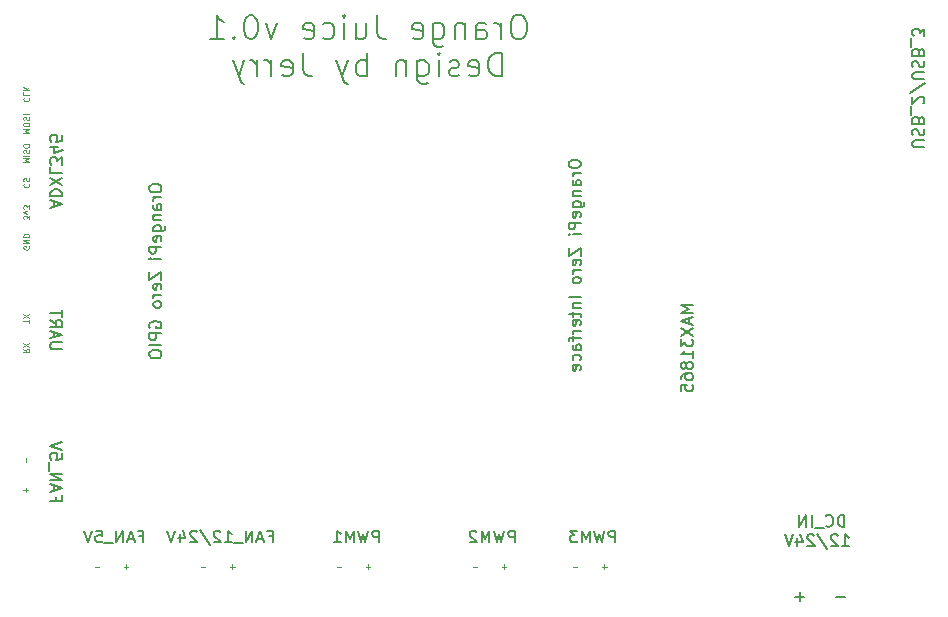
<source format=gbr>
%TF.GenerationSoftware,KiCad,Pcbnew,(5.1.12)-1*%
%TF.CreationDate,2021-12-26T21:26:00+08:00*%
%TF.ProjectId,OrangePiZeroExtentionBoard,4f72616e-6765-4506-995a-65726f457874,rev?*%
%TF.SameCoordinates,Original*%
%TF.FileFunction,Legend,Bot*%
%TF.FilePolarity,Positive*%
%FSLAX46Y46*%
G04 Gerber Fmt 4.6, Leading zero omitted, Abs format (unit mm)*
G04 Created by KiCad (PCBNEW (5.1.12)-1) date 2021-12-26 21:26:00*
%MOMM*%
%LPD*%
G01*
G04 APERTURE LIST*
%ADD10C,0.150000*%
%ADD11C,0.125000*%
G04 APERTURE END LIST*
D10*
X151904761Y-69829761D02*
X151523809Y-69829761D01*
X151333333Y-69925000D01*
X151142857Y-70115476D01*
X151047619Y-70496428D01*
X151047619Y-71163095D01*
X151142857Y-71544047D01*
X151333333Y-71734523D01*
X151523809Y-71829761D01*
X151904761Y-71829761D01*
X152095238Y-71734523D01*
X152285714Y-71544047D01*
X152380952Y-71163095D01*
X152380952Y-70496428D01*
X152285714Y-70115476D01*
X152095238Y-69925000D01*
X151904761Y-69829761D01*
X150190476Y-71829761D02*
X150190476Y-70496428D01*
X150190476Y-70877380D02*
X150095238Y-70686904D01*
X150000000Y-70591666D01*
X149809523Y-70496428D01*
X149619047Y-70496428D01*
X148095238Y-71829761D02*
X148095238Y-70782142D01*
X148190476Y-70591666D01*
X148380952Y-70496428D01*
X148761904Y-70496428D01*
X148952380Y-70591666D01*
X148095238Y-71734523D02*
X148285714Y-71829761D01*
X148761904Y-71829761D01*
X148952380Y-71734523D01*
X149047619Y-71544047D01*
X149047619Y-71353571D01*
X148952380Y-71163095D01*
X148761904Y-71067857D01*
X148285714Y-71067857D01*
X148095238Y-70972619D01*
X147142857Y-70496428D02*
X147142857Y-71829761D01*
X147142857Y-70686904D02*
X147047619Y-70591666D01*
X146857142Y-70496428D01*
X146571428Y-70496428D01*
X146380952Y-70591666D01*
X146285714Y-70782142D01*
X146285714Y-71829761D01*
X144476190Y-70496428D02*
X144476190Y-72115476D01*
X144571428Y-72305952D01*
X144666666Y-72401190D01*
X144857142Y-72496428D01*
X145142857Y-72496428D01*
X145333333Y-72401190D01*
X144476190Y-71734523D02*
X144666666Y-71829761D01*
X145047619Y-71829761D01*
X145238095Y-71734523D01*
X145333333Y-71639285D01*
X145428571Y-71448809D01*
X145428571Y-70877380D01*
X145333333Y-70686904D01*
X145238095Y-70591666D01*
X145047619Y-70496428D01*
X144666666Y-70496428D01*
X144476190Y-70591666D01*
X142761904Y-71734523D02*
X142952380Y-71829761D01*
X143333333Y-71829761D01*
X143523809Y-71734523D01*
X143619047Y-71544047D01*
X143619047Y-70782142D01*
X143523809Y-70591666D01*
X143333333Y-70496428D01*
X142952380Y-70496428D01*
X142761904Y-70591666D01*
X142666666Y-70782142D01*
X142666666Y-70972619D01*
X143619047Y-71163095D01*
X139714285Y-69829761D02*
X139714285Y-71258333D01*
X139809523Y-71544047D01*
X140000000Y-71734523D01*
X140285714Y-71829761D01*
X140476190Y-71829761D01*
X137904761Y-70496428D02*
X137904761Y-71829761D01*
X138761904Y-70496428D02*
X138761904Y-71544047D01*
X138666666Y-71734523D01*
X138476190Y-71829761D01*
X138190476Y-71829761D01*
X138000000Y-71734523D01*
X137904761Y-71639285D01*
X136952380Y-71829761D02*
X136952380Y-70496428D01*
X136952380Y-69829761D02*
X137047619Y-69925000D01*
X136952380Y-70020238D01*
X136857142Y-69925000D01*
X136952380Y-69829761D01*
X136952380Y-70020238D01*
X135142857Y-71734523D02*
X135333333Y-71829761D01*
X135714285Y-71829761D01*
X135904761Y-71734523D01*
X136000000Y-71639285D01*
X136095238Y-71448809D01*
X136095238Y-70877380D01*
X136000000Y-70686904D01*
X135904761Y-70591666D01*
X135714285Y-70496428D01*
X135333333Y-70496428D01*
X135142857Y-70591666D01*
X133523809Y-71734523D02*
X133714285Y-71829761D01*
X134095238Y-71829761D01*
X134285714Y-71734523D01*
X134380952Y-71544047D01*
X134380952Y-70782142D01*
X134285714Y-70591666D01*
X134095238Y-70496428D01*
X133714285Y-70496428D01*
X133523809Y-70591666D01*
X133428571Y-70782142D01*
X133428571Y-70972619D01*
X134380952Y-71163095D01*
X131238095Y-70496428D02*
X130761904Y-71829761D01*
X130285714Y-70496428D01*
X129142857Y-69829761D02*
X128952380Y-69829761D01*
X128761904Y-69925000D01*
X128666666Y-70020238D01*
X128571428Y-70210714D01*
X128476190Y-70591666D01*
X128476190Y-71067857D01*
X128571428Y-71448809D01*
X128666666Y-71639285D01*
X128761904Y-71734523D01*
X128952380Y-71829761D01*
X129142857Y-71829761D01*
X129333333Y-71734523D01*
X129428571Y-71639285D01*
X129523809Y-71448809D01*
X129619047Y-71067857D01*
X129619047Y-70591666D01*
X129523809Y-70210714D01*
X129428571Y-70020238D01*
X129333333Y-69925000D01*
X129142857Y-69829761D01*
X127619047Y-71639285D02*
X127523809Y-71734523D01*
X127619047Y-71829761D01*
X127714285Y-71734523D01*
X127619047Y-71639285D01*
X127619047Y-71829761D01*
X125619047Y-71829761D02*
X126761904Y-71829761D01*
X126190476Y-71829761D02*
X126190476Y-69829761D01*
X126380952Y-70115476D01*
X126571428Y-70305952D01*
X126761904Y-70401190D01*
X150285714Y-74979761D02*
X150285714Y-72979761D01*
X149809523Y-72979761D01*
X149523809Y-73075000D01*
X149333333Y-73265476D01*
X149238095Y-73455952D01*
X149142857Y-73836904D01*
X149142857Y-74122619D01*
X149238095Y-74503571D01*
X149333333Y-74694047D01*
X149523809Y-74884523D01*
X149809523Y-74979761D01*
X150285714Y-74979761D01*
X147523809Y-74884523D02*
X147714285Y-74979761D01*
X148095238Y-74979761D01*
X148285714Y-74884523D01*
X148380952Y-74694047D01*
X148380952Y-73932142D01*
X148285714Y-73741666D01*
X148095238Y-73646428D01*
X147714285Y-73646428D01*
X147523809Y-73741666D01*
X147428571Y-73932142D01*
X147428571Y-74122619D01*
X148380952Y-74313095D01*
X146666666Y-74884523D02*
X146476190Y-74979761D01*
X146095238Y-74979761D01*
X145904761Y-74884523D01*
X145809523Y-74694047D01*
X145809523Y-74598809D01*
X145904761Y-74408333D01*
X146095238Y-74313095D01*
X146380952Y-74313095D01*
X146571428Y-74217857D01*
X146666666Y-74027380D01*
X146666666Y-73932142D01*
X146571428Y-73741666D01*
X146380952Y-73646428D01*
X146095238Y-73646428D01*
X145904761Y-73741666D01*
X144952380Y-74979761D02*
X144952380Y-73646428D01*
X144952380Y-72979761D02*
X145047619Y-73075000D01*
X144952380Y-73170238D01*
X144857142Y-73075000D01*
X144952380Y-72979761D01*
X144952380Y-73170238D01*
X143142857Y-73646428D02*
X143142857Y-75265476D01*
X143238095Y-75455952D01*
X143333333Y-75551190D01*
X143523809Y-75646428D01*
X143809523Y-75646428D01*
X144000000Y-75551190D01*
X143142857Y-74884523D02*
X143333333Y-74979761D01*
X143714285Y-74979761D01*
X143904761Y-74884523D01*
X144000000Y-74789285D01*
X144095238Y-74598809D01*
X144095238Y-74027380D01*
X144000000Y-73836904D01*
X143904761Y-73741666D01*
X143714285Y-73646428D01*
X143333333Y-73646428D01*
X143142857Y-73741666D01*
X142190476Y-73646428D02*
X142190476Y-74979761D01*
X142190476Y-73836904D02*
X142095238Y-73741666D01*
X141904761Y-73646428D01*
X141619047Y-73646428D01*
X141428571Y-73741666D01*
X141333333Y-73932142D01*
X141333333Y-74979761D01*
X138857142Y-74979761D02*
X138857142Y-72979761D01*
X138857142Y-73741666D02*
X138666666Y-73646428D01*
X138285714Y-73646428D01*
X138095238Y-73741666D01*
X138000000Y-73836904D01*
X137904761Y-74027380D01*
X137904761Y-74598809D01*
X138000000Y-74789285D01*
X138095238Y-74884523D01*
X138285714Y-74979761D01*
X138666666Y-74979761D01*
X138857142Y-74884523D01*
X137238095Y-73646428D02*
X136761904Y-74979761D01*
X136285714Y-73646428D02*
X136761904Y-74979761D01*
X136952380Y-75455952D01*
X137047619Y-75551190D01*
X137238095Y-75646428D01*
X133428571Y-72979761D02*
X133428571Y-74408333D01*
X133523809Y-74694047D01*
X133714285Y-74884523D01*
X134000000Y-74979761D01*
X134190476Y-74979761D01*
X131714285Y-74884523D02*
X131904761Y-74979761D01*
X132285714Y-74979761D01*
X132476190Y-74884523D01*
X132571428Y-74694047D01*
X132571428Y-73932142D01*
X132476190Y-73741666D01*
X132285714Y-73646428D01*
X131904761Y-73646428D01*
X131714285Y-73741666D01*
X131619047Y-73932142D01*
X131619047Y-74122619D01*
X132571428Y-74313095D01*
X130761904Y-74979761D02*
X130761904Y-73646428D01*
X130761904Y-74027380D02*
X130666666Y-73836904D01*
X130571428Y-73741666D01*
X130380952Y-73646428D01*
X130190476Y-73646428D01*
X129523809Y-74979761D02*
X129523809Y-73646428D01*
X129523809Y-74027380D02*
X129428571Y-73836904D01*
X129333333Y-73741666D01*
X129142857Y-73646428D01*
X128952380Y-73646428D01*
X128476190Y-73646428D02*
X128000000Y-74979761D01*
X127523809Y-73646428D02*
X128000000Y-74979761D01*
X128190476Y-75455952D01*
X128285714Y-75551190D01*
X128476190Y-75646428D01*
X179380952Y-119071428D02*
X178619047Y-119071428D01*
X175880952Y-119071428D02*
X175119047Y-119071428D01*
X175500000Y-119452380D02*
X175500000Y-118690476D01*
D11*
X156690476Y-116535714D02*
X156309523Y-116535714D01*
X148190476Y-116535714D02*
X147809523Y-116535714D01*
X136690476Y-116535714D02*
X136309523Y-116535714D01*
X158964285Y-116690476D02*
X158964285Y-116309523D01*
X158773809Y-116500000D02*
X159154761Y-116500000D01*
X150464285Y-116690476D02*
X150464285Y-116309523D01*
X150273809Y-116500000D02*
X150654761Y-116500000D01*
X138964285Y-116690476D02*
X138964285Y-116309523D01*
X138773809Y-116500000D02*
X139154761Y-116500000D01*
X136690476Y-116535714D02*
X136309523Y-116535714D01*
X125190476Y-116535714D02*
X124809523Y-116535714D01*
X127464285Y-116690476D02*
X127464285Y-116309523D01*
X127273809Y-116500000D02*
X127654761Y-116500000D01*
X116190476Y-116535714D02*
X115809523Y-116535714D01*
X118464285Y-116690476D02*
X118464285Y-116309523D01*
X118273809Y-116500000D02*
X118654761Y-116500000D01*
X109964285Y-107690476D02*
X109964285Y-107309523D01*
X109964285Y-110190476D02*
X109964285Y-109809523D01*
X109773809Y-110000000D02*
X110154761Y-110000000D01*
X109773809Y-98083333D02*
X110011904Y-98250000D01*
X109773809Y-98369047D02*
X110273809Y-98369047D01*
X110273809Y-98178571D01*
X110250000Y-98130952D01*
X110226190Y-98107142D01*
X110178571Y-98083333D01*
X110107142Y-98083333D01*
X110059523Y-98107142D01*
X110035714Y-98130952D01*
X110011904Y-98178571D01*
X110011904Y-98369047D01*
X110273809Y-97916666D02*
X109773809Y-97583333D01*
X110273809Y-97583333D02*
X109773809Y-97916666D01*
X110273809Y-95880952D02*
X110273809Y-95595238D01*
X109773809Y-95738095D02*
X110273809Y-95738095D01*
X110273809Y-95476190D02*
X109773809Y-95142857D01*
X110273809Y-95142857D02*
X109773809Y-95476190D01*
X110250000Y-89380952D02*
X110273809Y-89428571D01*
X110273809Y-89500000D01*
X110250000Y-89571428D01*
X110202380Y-89619047D01*
X110154761Y-89642857D01*
X110059523Y-89666666D01*
X109988095Y-89666666D01*
X109892857Y-89642857D01*
X109845238Y-89619047D01*
X109797619Y-89571428D01*
X109773809Y-89500000D01*
X109773809Y-89452380D01*
X109797619Y-89380952D01*
X109821428Y-89357142D01*
X109988095Y-89357142D01*
X109988095Y-89452380D01*
X109773809Y-89142857D02*
X110273809Y-89142857D01*
X109773809Y-88857142D01*
X110273809Y-88857142D01*
X109773809Y-88619047D02*
X110273809Y-88619047D01*
X110273809Y-88500000D01*
X110250000Y-88428571D01*
X110202380Y-88380952D01*
X110154761Y-88357142D01*
X110059523Y-88333333D01*
X109988095Y-88333333D01*
X109892857Y-88357142D01*
X109845238Y-88380952D01*
X109797619Y-88428571D01*
X109773809Y-88500000D01*
X109773809Y-88619047D01*
X110273809Y-87095238D02*
X110273809Y-86785714D01*
X110083333Y-86952380D01*
X110083333Y-86880952D01*
X110059523Y-86833333D01*
X110035714Y-86809523D01*
X109988095Y-86785714D01*
X109869047Y-86785714D01*
X109821428Y-86809523D01*
X109797619Y-86833333D01*
X109773809Y-86880952D01*
X109773809Y-87023809D01*
X109797619Y-87071428D01*
X109821428Y-87095238D01*
X110107142Y-86619047D02*
X109773809Y-86500000D01*
X110107142Y-86380952D01*
X110273809Y-86238095D02*
X110273809Y-85928571D01*
X110083333Y-86095238D01*
X110083333Y-86023809D01*
X110059523Y-85976190D01*
X110035714Y-85952380D01*
X109988095Y-85928571D01*
X109869047Y-85928571D01*
X109821428Y-85952380D01*
X109797619Y-85976190D01*
X109773809Y-86023809D01*
X109773809Y-86166666D01*
X109797619Y-86214285D01*
X109821428Y-86238095D01*
X109821428Y-84083333D02*
X109797619Y-84107142D01*
X109773809Y-84178571D01*
X109773809Y-84226190D01*
X109797619Y-84297619D01*
X109845238Y-84345238D01*
X109892857Y-84369047D01*
X109988095Y-84392857D01*
X110059523Y-84392857D01*
X110154761Y-84369047D01*
X110202380Y-84345238D01*
X110250000Y-84297619D01*
X110273809Y-84226190D01*
X110273809Y-84178571D01*
X110250000Y-84107142D01*
X110226190Y-84083333D01*
X109797619Y-83892857D02*
X109773809Y-83821428D01*
X109773809Y-83702380D01*
X109797619Y-83654761D01*
X109821428Y-83630952D01*
X109869047Y-83607142D01*
X109916666Y-83607142D01*
X109964285Y-83630952D01*
X109988095Y-83654761D01*
X110011904Y-83702380D01*
X110035714Y-83797619D01*
X110059523Y-83845238D01*
X110083333Y-83869047D01*
X110130952Y-83892857D01*
X110178571Y-83892857D01*
X110226190Y-83869047D01*
X110250000Y-83845238D01*
X110273809Y-83797619D01*
X110273809Y-83678571D01*
X110250000Y-83607142D01*
X109773809Y-82285714D02*
X110273809Y-82285714D01*
X109916666Y-82119047D01*
X110273809Y-81952380D01*
X109773809Y-81952380D01*
X109773809Y-81714285D02*
X110273809Y-81714285D01*
X109797619Y-81500000D02*
X109773809Y-81428571D01*
X109773809Y-81309523D01*
X109797619Y-81261904D01*
X109821428Y-81238095D01*
X109869047Y-81214285D01*
X109916666Y-81214285D01*
X109964285Y-81238095D01*
X109988095Y-81261904D01*
X110011904Y-81309523D01*
X110035714Y-81404761D01*
X110059523Y-81452380D01*
X110083333Y-81476190D01*
X110130952Y-81500000D01*
X110178571Y-81500000D01*
X110226190Y-81476190D01*
X110250000Y-81452380D01*
X110273809Y-81404761D01*
X110273809Y-81285714D01*
X110250000Y-81214285D01*
X110273809Y-80904761D02*
X110273809Y-80809523D01*
X110250000Y-80761904D01*
X110202380Y-80714285D01*
X110107142Y-80690476D01*
X109940476Y-80690476D01*
X109845238Y-80714285D01*
X109797619Y-80761904D01*
X109773809Y-80809523D01*
X109773809Y-80904761D01*
X109797619Y-80952380D01*
X109845238Y-81000000D01*
X109940476Y-81023809D01*
X110107142Y-81023809D01*
X110202380Y-81000000D01*
X110250000Y-80952380D01*
X110273809Y-80904761D01*
X109773809Y-79785714D02*
X110273809Y-79785714D01*
X109916666Y-79619047D01*
X110273809Y-79452380D01*
X109773809Y-79452380D01*
X110273809Y-79119047D02*
X110273809Y-79023809D01*
X110250000Y-78976190D01*
X110202380Y-78928571D01*
X110107142Y-78904761D01*
X109940476Y-78904761D01*
X109845238Y-78928571D01*
X109797619Y-78976190D01*
X109773809Y-79023809D01*
X109773809Y-79119047D01*
X109797619Y-79166666D01*
X109845238Y-79214285D01*
X109940476Y-79238095D01*
X110107142Y-79238095D01*
X110202380Y-79214285D01*
X110250000Y-79166666D01*
X110273809Y-79119047D01*
X109797619Y-78714285D02*
X109773809Y-78642857D01*
X109773809Y-78523809D01*
X109797619Y-78476190D01*
X109821428Y-78452380D01*
X109869047Y-78428571D01*
X109916666Y-78428571D01*
X109964285Y-78452380D01*
X109988095Y-78476190D01*
X110011904Y-78523809D01*
X110035714Y-78619047D01*
X110059523Y-78666666D01*
X110083333Y-78690476D01*
X110130952Y-78714285D01*
X110178571Y-78714285D01*
X110226190Y-78690476D01*
X110250000Y-78666666D01*
X110273809Y-78619047D01*
X110273809Y-78500000D01*
X110250000Y-78428571D01*
X109773809Y-78214285D02*
X110273809Y-78214285D01*
X109821428Y-76797619D02*
X109797619Y-76821428D01*
X109773809Y-76892857D01*
X109773809Y-76940476D01*
X109797619Y-77011904D01*
X109845238Y-77059523D01*
X109892857Y-77083333D01*
X109988095Y-77107142D01*
X110059523Y-77107142D01*
X110154761Y-77083333D01*
X110202380Y-77059523D01*
X110250000Y-77011904D01*
X110273809Y-76940476D01*
X110273809Y-76892857D01*
X110250000Y-76821428D01*
X110226190Y-76797619D01*
X109773809Y-76345238D02*
X109773809Y-76583333D01*
X110273809Y-76583333D01*
X109773809Y-76178571D02*
X110273809Y-76178571D01*
X109773809Y-75892857D02*
X110059523Y-76107142D01*
X110273809Y-75892857D02*
X109988095Y-76178571D01*
D10*
X186047619Y-81000000D02*
X185238095Y-81000000D01*
X185142857Y-80952380D01*
X185095238Y-80904761D01*
X185047619Y-80809523D01*
X185047619Y-80619047D01*
X185095238Y-80523809D01*
X185142857Y-80476190D01*
X185238095Y-80428571D01*
X186047619Y-80428571D01*
X185095238Y-80000000D02*
X185047619Y-79857142D01*
X185047619Y-79619047D01*
X185095238Y-79523809D01*
X185142857Y-79476190D01*
X185238095Y-79428571D01*
X185333333Y-79428571D01*
X185428571Y-79476190D01*
X185476190Y-79523809D01*
X185523809Y-79619047D01*
X185571428Y-79809523D01*
X185619047Y-79904761D01*
X185666666Y-79952380D01*
X185761904Y-80000000D01*
X185857142Y-80000000D01*
X185952380Y-79952380D01*
X186000000Y-79904761D01*
X186047619Y-79809523D01*
X186047619Y-79571428D01*
X186000000Y-79428571D01*
X185571428Y-78666666D02*
X185523809Y-78523809D01*
X185476190Y-78476190D01*
X185380952Y-78428571D01*
X185238095Y-78428571D01*
X185142857Y-78476190D01*
X185095238Y-78523809D01*
X185047619Y-78619047D01*
X185047619Y-79000000D01*
X186047619Y-79000000D01*
X186047619Y-78666666D01*
X186000000Y-78571428D01*
X185952380Y-78523809D01*
X185857142Y-78476190D01*
X185761904Y-78476190D01*
X185666666Y-78523809D01*
X185619047Y-78571428D01*
X185571428Y-78666666D01*
X185571428Y-79000000D01*
X184952380Y-78238095D02*
X184952380Y-77476190D01*
X185952380Y-77285714D02*
X186000000Y-77238095D01*
X186047619Y-77142857D01*
X186047619Y-76904761D01*
X186000000Y-76809523D01*
X185952380Y-76761904D01*
X185857142Y-76714285D01*
X185761904Y-76714285D01*
X185619047Y-76761904D01*
X185047619Y-77333333D01*
X185047619Y-76714285D01*
X186095238Y-75571428D02*
X184809523Y-76428571D01*
X186047619Y-75238095D02*
X185238095Y-75238095D01*
X185142857Y-75190476D01*
X185095238Y-75142857D01*
X185047619Y-75047619D01*
X185047619Y-74857142D01*
X185095238Y-74761904D01*
X185142857Y-74714285D01*
X185238095Y-74666666D01*
X186047619Y-74666666D01*
X185095238Y-74238095D02*
X185047619Y-74095238D01*
X185047619Y-73857142D01*
X185095238Y-73761904D01*
X185142857Y-73714285D01*
X185238095Y-73666666D01*
X185333333Y-73666666D01*
X185428571Y-73714285D01*
X185476190Y-73761904D01*
X185523809Y-73857142D01*
X185571428Y-74047619D01*
X185619047Y-74142857D01*
X185666666Y-74190476D01*
X185761904Y-74238095D01*
X185857142Y-74238095D01*
X185952380Y-74190476D01*
X186000000Y-74142857D01*
X186047619Y-74047619D01*
X186047619Y-73809523D01*
X186000000Y-73666666D01*
X185571428Y-72904761D02*
X185523809Y-72761904D01*
X185476190Y-72714285D01*
X185380952Y-72666666D01*
X185238095Y-72666666D01*
X185142857Y-72714285D01*
X185095238Y-72761904D01*
X185047619Y-72857142D01*
X185047619Y-73238095D01*
X186047619Y-73238095D01*
X186047619Y-72904761D01*
X186000000Y-72809523D01*
X185952380Y-72761904D01*
X185857142Y-72714285D01*
X185761904Y-72714285D01*
X185666666Y-72761904D01*
X185619047Y-72809523D01*
X185571428Y-72904761D01*
X185571428Y-73238095D01*
X184952380Y-72476190D02*
X184952380Y-71714285D01*
X186047619Y-71571428D02*
X186047619Y-70952380D01*
X185666666Y-71285714D01*
X185666666Y-71142857D01*
X185619047Y-71047619D01*
X185571428Y-71000000D01*
X185476190Y-70952380D01*
X185238095Y-70952380D01*
X185142857Y-71000000D01*
X185095238Y-71047619D01*
X185047619Y-71142857D01*
X185047619Y-71428571D01*
X185095238Y-71523809D01*
X185142857Y-71571428D01*
X155952380Y-82333333D02*
X155952380Y-82523809D01*
X156000000Y-82619047D01*
X156095238Y-82714285D01*
X156285714Y-82761904D01*
X156619047Y-82761904D01*
X156809523Y-82714285D01*
X156904761Y-82619047D01*
X156952380Y-82523809D01*
X156952380Y-82333333D01*
X156904761Y-82238095D01*
X156809523Y-82142857D01*
X156619047Y-82095238D01*
X156285714Y-82095238D01*
X156095238Y-82142857D01*
X156000000Y-82238095D01*
X155952380Y-82333333D01*
X156952380Y-83190476D02*
X156285714Y-83190476D01*
X156476190Y-83190476D02*
X156380952Y-83238095D01*
X156333333Y-83285714D01*
X156285714Y-83380952D01*
X156285714Y-83476190D01*
X156952380Y-84238095D02*
X156428571Y-84238095D01*
X156333333Y-84190476D01*
X156285714Y-84095238D01*
X156285714Y-83904761D01*
X156333333Y-83809523D01*
X156904761Y-84238095D02*
X156952380Y-84142857D01*
X156952380Y-83904761D01*
X156904761Y-83809523D01*
X156809523Y-83761904D01*
X156714285Y-83761904D01*
X156619047Y-83809523D01*
X156571428Y-83904761D01*
X156571428Y-84142857D01*
X156523809Y-84238095D01*
X156285714Y-84714285D02*
X156952380Y-84714285D01*
X156380952Y-84714285D02*
X156333333Y-84761904D01*
X156285714Y-84857142D01*
X156285714Y-85000000D01*
X156333333Y-85095238D01*
X156428571Y-85142857D01*
X156952380Y-85142857D01*
X156285714Y-86047619D02*
X157095238Y-86047619D01*
X157190476Y-86000000D01*
X157238095Y-85952380D01*
X157285714Y-85857142D01*
X157285714Y-85714285D01*
X157238095Y-85619047D01*
X156904761Y-86047619D02*
X156952380Y-85952380D01*
X156952380Y-85761904D01*
X156904761Y-85666666D01*
X156857142Y-85619047D01*
X156761904Y-85571428D01*
X156476190Y-85571428D01*
X156380952Y-85619047D01*
X156333333Y-85666666D01*
X156285714Y-85761904D01*
X156285714Y-85952380D01*
X156333333Y-86047619D01*
X156904761Y-86904761D02*
X156952380Y-86809523D01*
X156952380Y-86619047D01*
X156904761Y-86523809D01*
X156809523Y-86476190D01*
X156428571Y-86476190D01*
X156333333Y-86523809D01*
X156285714Y-86619047D01*
X156285714Y-86809523D01*
X156333333Y-86904761D01*
X156428571Y-86952380D01*
X156523809Y-86952380D01*
X156619047Y-86476190D01*
X156952380Y-87380952D02*
X155952380Y-87380952D01*
X155952380Y-87761904D01*
X156000000Y-87857142D01*
X156047619Y-87904761D01*
X156142857Y-87952380D01*
X156285714Y-87952380D01*
X156380952Y-87904761D01*
X156428571Y-87857142D01*
X156476190Y-87761904D01*
X156476190Y-87380952D01*
X156952380Y-88380952D02*
X156285714Y-88380952D01*
X155952380Y-88380952D02*
X156000000Y-88333333D01*
X156047619Y-88380952D01*
X156000000Y-88428571D01*
X155952380Y-88380952D01*
X156047619Y-88380952D01*
X155952380Y-89523809D02*
X155952380Y-90190476D01*
X156952380Y-89523809D01*
X156952380Y-90190476D01*
X156904761Y-90952380D02*
X156952380Y-90857142D01*
X156952380Y-90666666D01*
X156904761Y-90571428D01*
X156809523Y-90523809D01*
X156428571Y-90523809D01*
X156333333Y-90571428D01*
X156285714Y-90666666D01*
X156285714Y-90857142D01*
X156333333Y-90952380D01*
X156428571Y-91000000D01*
X156523809Y-91000000D01*
X156619047Y-90523809D01*
X156952380Y-91428571D02*
X156285714Y-91428571D01*
X156476190Y-91428571D02*
X156380952Y-91476190D01*
X156333333Y-91523809D01*
X156285714Y-91619047D01*
X156285714Y-91714285D01*
X156952380Y-92190476D02*
X156904761Y-92095238D01*
X156857142Y-92047619D01*
X156761904Y-92000000D01*
X156476190Y-92000000D01*
X156380952Y-92047619D01*
X156333333Y-92095238D01*
X156285714Y-92190476D01*
X156285714Y-92333333D01*
X156333333Y-92428571D01*
X156380952Y-92476190D01*
X156476190Y-92523809D01*
X156761904Y-92523809D01*
X156857142Y-92476190D01*
X156904761Y-92428571D01*
X156952380Y-92333333D01*
X156952380Y-92190476D01*
X156952380Y-93714285D02*
X155952380Y-93714285D01*
X156285714Y-94190476D02*
X156952380Y-94190476D01*
X156380952Y-94190476D02*
X156333333Y-94238095D01*
X156285714Y-94333333D01*
X156285714Y-94476190D01*
X156333333Y-94571428D01*
X156428571Y-94619047D01*
X156952380Y-94619047D01*
X156285714Y-94952380D02*
X156285714Y-95333333D01*
X155952380Y-95095238D02*
X156809523Y-95095238D01*
X156904761Y-95142857D01*
X156952380Y-95238095D01*
X156952380Y-95333333D01*
X156904761Y-96047619D02*
X156952380Y-95952380D01*
X156952380Y-95761904D01*
X156904761Y-95666666D01*
X156809523Y-95619047D01*
X156428571Y-95619047D01*
X156333333Y-95666666D01*
X156285714Y-95761904D01*
X156285714Y-95952380D01*
X156333333Y-96047619D01*
X156428571Y-96095238D01*
X156523809Y-96095238D01*
X156619047Y-95619047D01*
X156952380Y-96523809D02*
X156285714Y-96523809D01*
X156476190Y-96523809D02*
X156380952Y-96571428D01*
X156333333Y-96619047D01*
X156285714Y-96714285D01*
X156285714Y-96809523D01*
X156285714Y-97000000D02*
X156285714Y-97380952D01*
X156952380Y-97142857D02*
X156095238Y-97142857D01*
X156000000Y-97190476D01*
X155952380Y-97285714D01*
X155952380Y-97380952D01*
X156952380Y-98142857D02*
X156428571Y-98142857D01*
X156333333Y-98095238D01*
X156285714Y-98000000D01*
X156285714Y-97809523D01*
X156333333Y-97714285D01*
X156904761Y-98142857D02*
X156952380Y-98047619D01*
X156952380Y-97809523D01*
X156904761Y-97714285D01*
X156809523Y-97666666D01*
X156714285Y-97666666D01*
X156619047Y-97714285D01*
X156571428Y-97809523D01*
X156571428Y-98047619D01*
X156523809Y-98142857D01*
X156904761Y-99047619D02*
X156952380Y-98952380D01*
X156952380Y-98761904D01*
X156904761Y-98666666D01*
X156857142Y-98619047D01*
X156761904Y-98571428D01*
X156476190Y-98571428D01*
X156380952Y-98619047D01*
X156333333Y-98666666D01*
X156285714Y-98761904D01*
X156285714Y-98952380D01*
X156333333Y-99047619D01*
X156904761Y-99857142D02*
X156952380Y-99761904D01*
X156952380Y-99571428D01*
X156904761Y-99476190D01*
X156809523Y-99428571D01*
X156428571Y-99428571D01*
X156333333Y-99476190D01*
X156285714Y-99571428D01*
X156285714Y-99761904D01*
X156333333Y-99857142D01*
X156428571Y-99904761D01*
X156523809Y-99904761D01*
X156619047Y-99428571D01*
X120452380Y-84380952D02*
X120452380Y-84571428D01*
X120500000Y-84666666D01*
X120595238Y-84761904D01*
X120785714Y-84809523D01*
X121119047Y-84809523D01*
X121309523Y-84761904D01*
X121404761Y-84666666D01*
X121452380Y-84571428D01*
X121452380Y-84380952D01*
X121404761Y-84285714D01*
X121309523Y-84190476D01*
X121119047Y-84142857D01*
X120785714Y-84142857D01*
X120595238Y-84190476D01*
X120500000Y-84285714D01*
X120452380Y-84380952D01*
X121452380Y-85238095D02*
X120785714Y-85238095D01*
X120976190Y-85238095D02*
X120880952Y-85285714D01*
X120833333Y-85333333D01*
X120785714Y-85428571D01*
X120785714Y-85523809D01*
X121452380Y-86285714D02*
X120928571Y-86285714D01*
X120833333Y-86238095D01*
X120785714Y-86142857D01*
X120785714Y-85952380D01*
X120833333Y-85857142D01*
X121404761Y-86285714D02*
X121452380Y-86190476D01*
X121452380Y-85952380D01*
X121404761Y-85857142D01*
X121309523Y-85809523D01*
X121214285Y-85809523D01*
X121119047Y-85857142D01*
X121071428Y-85952380D01*
X121071428Y-86190476D01*
X121023809Y-86285714D01*
X120785714Y-86761904D02*
X121452380Y-86761904D01*
X120880952Y-86761904D02*
X120833333Y-86809523D01*
X120785714Y-86904761D01*
X120785714Y-87047619D01*
X120833333Y-87142857D01*
X120928571Y-87190476D01*
X121452380Y-87190476D01*
X120785714Y-88095238D02*
X121595238Y-88095238D01*
X121690476Y-88047619D01*
X121738095Y-88000000D01*
X121785714Y-87904761D01*
X121785714Y-87761904D01*
X121738095Y-87666666D01*
X121404761Y-88095238D02*
X121452380Y-88000000D01*
X121452380Y-87809523D01*
X121404761Y-87714285D01*
X121357142Y-87666666D01*
X121261904Y-87619047D01*
X120976190Y-87619047D01*
X120880952Y-87666666D01*
X120833333Y-87714285D01*
X120785714Y-87809523D01*
X120785714Y-88000000D01*
X120833333Y-88095238D01*
X121404761Y-88952380D02*
X121452380Y-88857142D01*
X121452380Y-88666666D01*
X121404761Y-88571428D01*
X121309523Y-88523809D01*
X120928571Y-88523809D01*
X120833333Y-88571428D01*
X120785714Y-88666666D01*
X120785714Y-88857142D01*
X120833333Y-88952380D01*
X120928571Y-89000000D01*
X121023809Y-89000000D01*
X121119047Y-88523809D01*
X121452380Y-89428571D02*
X120452380Y-89428571D01*
X120452380Y-89809523D01*
X120500000Y-89904761D01*
X120547619Y-89952380D01*
X120642857Y-90000000D01*
X120785714Y-90000000D01*
X120880952Y-89952380D01*
X120928571Y-89904761D01*
X120976190Y-89809523D01*
X120976190Y-89428571D01*
X121452380Y-90428571D02*
X120785714Y-90428571D01*
X120452380Y-90428571D02*
X120500000Y-90380952D01*
X120547619Y-90428571D01*
X120500000Y-90476190D01*
X120452380Y-90428571D01*
X120547619Y-90428571D01*
X120452380Y-91571428D02*
X120452380Y-92238095D01*
X121452380Y-91571428D01*
X121452380Y-92238095D01*
X121404761Y-93000000D02*
X121452380Y-92904761D01*
X121452380Y-92714285D01*
X121404761Y-92619047D01*
X121309523Y-92571428D01*
X120928571Y-92571428D01*
X120833333Y-92619047D01*
X120785714Y-92714285D01*
X120785714Y-92904761D01*
X120833333Y-93000000D01*
X120928571Y-93047619D01*
X121023809Y-93047619D01*
X121119047Y-92571428D01*
X121452380Y-93476190D02*
X120785714Y-93476190D01*
X120976190Y-93476190D02*
X120880952Y-93523809D01*
X120833333Y-93571428D01*
X120785714Y-93666666D01*
X120785714Y-93761904D01*
X121452380Y-94238095D02*
X121404761Y-94142857D01*
X121357142Y-94095238D01*
X121261904Y-94047619D01*
X120976190Y-94047619D01*
X120880952Y-94095238D01*
X120833333Y-94142857D01*
X120785714Y-94238095D01*
X120785714Y-94380952D01*
X120833333Y-94476190D01*
X120880952Y-94523809D01*
X120976190Y-94571428D01*
X121261904Y-94571428D01*
X121357142Y-94523809D01*
X121404761Y-94476190D01*
X121452380Y-94380952D01*
X121452380Y-94238095D01*
X120500000Y-96285714D02*
X120452380Y-96190476D01*
X120452380Y-96047619D01*
X120500000Y-95904761D01*
X120595238Y-95809523D01*
X120690476Y-95761904D01*
X120880952Y-95714285D01*
X121023809Y-95714285D01*
X121214285Y-95761904D01*
X121309523Y-95809523D01*
X121404761Y-95904761D01*
X121452380Y-96047619D01*
X121452380Y-96142857D01*
X121404761Y-96285714D01*
X121357142Y-96333333D01*
X121023809Y-96333333D01*
X121023809Y-96142857D01*
X121452380Y-96761904D02*
X120452380Y-96761904D01*
X120452380Y-97142857D01*
X120500000Y-97238095D01*
X120547619Y-97285714D01*
X120642857Y-97333333D01*
X120785714Y-97333333D01*
X120880952Y-97285714D01*
X120928571Y-97238095D01*
X120976190Y-97142857D01*
X120976190Y-96761904D01*
X121452380Y-97761904D02*
X120452380Y-97761904D01*
X120452380Y-98428571D02*
X120452380Y-98619047D01*
X120500000Y-98714285D01*
X120595238Y-98809523D01*
X120785714Y-98857142D01*
X121119047Y-98857142D01*
X121309523Y-98809523D01*
X121404761Y-98714285D01*
X121452380Y-98619047D01*
X121452380Y-98428571D01*
X121404761Y-98333333D01*
X121309523Y-98238095D01*
X121119047Y-98190476D01*
X120785714Y-98190476D01*
X120595238Y-98238095D01*
X120500000Y-98333333D01*
X120452380Y-98428571D01*
X166452380Y-94380952D02*
X165452380Y-94380952D01*
X166166666Y-94714285D01*
X165452380Y-95047619D01*
X166452380Y-95047619D01*
X166166666Y-95476190D02*
X166166666Y-95952380D01*
X166452380Y-95380952D02*
X165452380Y-95714285D01*
X166452380Y-96047619D01*
X165452380Y-96285714D02*
X166452380Y-96952380D01*
X165452380Y-96952380D02*
X166452380Y-96285714D01*
X165452380Y-97238095D02*
X165452380Y-97857142D01*
X165833333Y-97523809D01*
X165833333Y-97666666D01*
X165880952Y-97761904D01*
X165928571Y-97809523D01*
X166023809Y-97857142D01*
X166261904Y-97857142D01*
X166357142Y-97809523D01*
X166404761Y-97761904D01*
X166452380Y-97666666D01*
X166452380Y-97380952D01*
X166404761Y-97285714D01*
X166357142Y-97238095D01*
X166452380Y-98809523D02*
X166452380Y-98238095D01*
X166452380Y-98523809D02*
X165452380Y-98523809D01*
X165595238Y-98428571D01*
X165690476Y-98333333D01*
X165738095Y-98238095D01*
X165880952Y-99380952D02*
X165833333Y-99285714D01*
X165785714Y-99238095D01*
X165690476Y-99190476D01*
X165642857Y-99190476D01*
X165547619Y-99238095D01*
X165500000Y-99285714D01*
X165452380Y-99380952D01*
X165452380Y-99571428D01*
X165500000Y-99666666D01*
X165547619Y-99714285D01*
X165642857Y-99761904D01*
X165690476Y-99761904D01*
X165785714Y-99714285D01*
X165833333Y-99666666D01*
X165880952Y-99571428D01*
X165880952Y-99380952D01*
X165928571Y-99285714D01*
X165976190Y-99238095D01*
X166071428Y-99190476D01*
X166261904Y-99190476D01*
X166357142Y-99238095D01*
X166404761Y-99285714D01*
X166452380Y-99380952D01*
X166452380Y-99571428D01*
X166404761Y-99666666D01*
X166357142Y-99714285D01*
X166261904Y-99761904D01*
X166071428Y-99761904D01*
X165976190Y-99714285D01*
X165928571Y-99666666D01*
X165880952Y-99571428D01*
X165452380Y-100619047D02*
X165452380Y-100428571D01*
X165500000Y-100333333D01*
X165547619Y-100285714D01*
X165690476Y-100190476D01*
X165880952Y-100142857D01*
X166261904Y-100142857D01*
X166357142Y-100190476D01*
X166404761Y-100238095D01*
X166452380Y-100333333D01*
X166452380Y-100523809D01*
X166404761Y-100619047D01*
X166357142Y-100666666D01*
X166261904Y-100714285D01*
X166023809Y-100714285D01*
X165928571Y-100666666D01*
X165880952Y-100619047D01*
X165833333Y-100523809D01*
X165833333Y-100333333D01*
X165880952Y-100238095D01*
X165928571Y-100190476D01*
X166023809Y-100142857D01*
X165452380Y-101619047D02*
X165452380Y-101142857D01*
X165928571Y-101095238D01*
X165880952Y-101142857D01*
X165833333Y-101238095D01*
X165833333Y-101476190D01*
X165880952Y-101571428D01*
X165928571Y-101619047D01*
X166023809Y-101666666D01*
X166261904Y-101666666D01*
X166357142Y-101619047D01*
X166404761Y-101571428D01*
X166452380Y-101476190D01*
X166452380Y-101238095D01*
X166404761Y-101142857D01*
X166357142Y-101095238D01*
X179285714Y-113127380D02*
X179285714Y-112127380D01*
X179047619Y-112127380D01*
X178904761Y-112175000D01*
X178809523Y-112270238D01*
X178761904Y-112365476D01*
X178714285Y-112555952D01*
X178714285Y-112698809D01*
X178761904Y-112889285D01*
X178809523Y-112984523D01*
X178904761Y-113079761D01*
X179047619Y-113127380D01*
X179285714Y-113127380D01*
X177714285Y-113032142D02*
X177761904Y-113079761D01*
X177904761Y-113127380D01*
X178000000Y-113127380D01*
X178142857Y-113079761D01*
X178238095Y-112984523D01*
X178285714Y-112889285D01*
X178333333Y-112698809D01*
X178333333Y-112555952D01*
X178285714Y-112365476D01*
X178238095Y-112270238D01*
X178142857Y-112175000D01*
X178000000Y-112127380D01*
X177904761Y-112127380D01*
X177761904Y-112175000D01*
X177714285Y-112222619D01*
X177523809Y-113222619D02*
X176761904Y-113222619D01*
X176523809Y-113127380D02*
X176523809Y-112127380D01*
X176047619Y-113127380D02*
X176047619Y-112127380D01*
X175476190Y-113127380D01*
X175476190Y-112127380D01*
X179095238Y-114777380D02*
X179666666Y-114777380D01*
X179380952Y-114777380D02*
X179380952Y-113777380D01*
X179476190Y-113920238D01*
X179571428Y-114015476D01*
X179666666Y-114063095D01*
X178714285Y-113872619D02*
X178666666Y-113825000D01*
X178571428Y-113777380D01*
X178333333Y-113777380D01*
X178238095Y-113825000D01*
X178190476Y-113872619D01*
X178142857Y-113967857D01*
X178142857Y-114063095D01*
X178190476Y-114205952D01*
X178761904Y-114777380D01*
X178142857Y-114777380D01*
X177000000Y-113729761D02*
X177857142Y-115015476D01*
X176714285Y-113872619D02*
X176666666Y-113825000D01*
X176571428Y-113777380D01*
X176333333Y-113777380D01*
X176238095Y-113825000D01*
X176190476Y-113872619D01*
X176142857Y-113967857D01*
X176142857Y-114063095D01*
X176190476Y-114205952D01*
X176761904Y-114777380D01*
X176142857Y-114777380D01*
X175285714Y-114110714D02*
X175285714Y-114777380D01*
X175523809Y-113729761D02*
X175761904Y-114444047D01*
X175142857Y-114444047D01*
X174904761Y-113777380D02*
X174571428Y-114777380D01*
X174238095Y-113777380D01*
X159880952Y-114452380D02*
X159880952Y-113452380D01*
X159500000Y-113452380D01*
X159404761Y-113500000D01*
X159357142Y-113547619D01*
X159309523Y-113642857D01*
X159309523Y-113785714D01*
X159357142Y-113880952D01*
X159404761Y-113928571D01*
X159500000Y-113976190D01*
X159880952Y-113976190D01*
X158976190Y-113452380D02*
X158738095Y-114452380D01*
X158547619Y-113738095D01*
X158357142Y-114452380D01*
X158119047Y-113452380D01*
X157738095Y-114452380D02*
X157738095Y-113452380D01*
X157404761Y-114166666D01*
X157071428Y-113452380D01*
X157071428Y-114452380D01*
X156690476Y-113452380D02*
X156071428Y-113452380D01*
X156404761Y-113833333D01*
X156261904Y-113833333D01*
X156166666Y-113880952D01*
X156119047Y-113928571D01*
X156071428Y-114023809D01*
X156071428Y-114261904D01*
X156119047Y-114357142D01*
X156166666Y-114404761D01*
X156261904Y-114452380D01*
X156547619Y-114452380D01*
X156642857Y-114404761D01*
X156690476Y-114357142D01*
X151380952Y-114452380D02*
X151380952Y-113452380D01*
X151000000Y-113452380D01*
X150904761Y-113500000D01*
X150857142Y-113547619D01*
X150809523Y-113642857D01*
X150809523Y-113785714D01*
X150857142Y-113880952D01*
X150904761Y-113928571D01*
X151000000Y-113976190D01*
X151380952Y-113976190D01*
X150476190Y-113452380D02*
X150238095Y-114452380D01*
X150047619Y-113738095D01*
X149857142Y-114452380D01*
X149619047Y-113452380D01*
X149238095Y-114452380D02*
X149238095Y-113452380D01*
X148904761Y-114166666D01*
X148571428Y-113452380D01*
X148571428Y-114452380D01*
X148142857Y-113547619D02*
X148095238Y-113500000D01*
X148000000Y-113452380D01*
X147761904Y-113452380D01*
X147666666Y-113500000D01*
X147619047Y-113547619D01*
X147571428Y-113642857D01*
X147571428Y-113738095D01*
X147619047Y-113880952D01*
X148190476Y-114452380D01*
X147571428Y-114452380D01*
X139880952Y-114452380D02*
X139880952Y-113452380D01*
X139500000Y-113452380D01*
X139404761Y-113500000D01*
X139357142Y-113547619D01*
X139309523Y-113642857D01*
X139309523Y-113785714D01*
X139357142Y-113880952D01*
X139404761Y-113928571D01*
X139500000Y-113976190D01*
X139880952Y-113976190D01*
X138976190Y-113452380D02*
X138738095Y-114452380D01*
X138547619Y-113738095D01*
X138357142Y-114452380D01*
X138119047Y-113452380D01*
X137738095Y-114452380D02*
X137738095Y-113452380D01*
X137404761Y-114166666D01*
X137071428Y-113452380D01*
X137071428Y-114452380D01*
X136071428Y-114452380D02*
X136642857Y-114452380D01*
X136357142Y-114452380D02*
X136357142Y-113452380D01*
X136452380Y-113595238D01*
X136547619Y-113690476D01*
X136642857Y-113738095D01*
X130547619Y-113928571D02*
X130880952Y-113928571D01*
X130880952Y-114452380D02*
X130880952Y-113452380D01*
X130404761Y-113452380D01*
X130071428Y-114166666D02*
X129595238Y-114166666D01*
X130166666Y-114452380D02*
X129833333Y-113452380D01*
X129500000Y-114452380D01*
X129166666Y-114452380D02*
X129166666Y-113452380D01*
X128595238Y-114452380D01*
X128595238Y-113452380D01*
X128357142Y-114547619D02*
X127595238Y-114547619D01*
X126833333Y-114452380D02*
X127404761Y-114452380D01*
X127119047Y-114452380D02*
X127119047Y-113452380D01*
X127214285Y-113595238D01*
X127309523Y-113690476D01*
X127404761Y-113738095D01*
X126452380Y-113547619D02*
X126404761Y-113500000D01*
X126309523Y-113452380D01*
X126071428Y-113452380D01*
X125976190Y-113500000D01*
X125928571Y-113547619D01*
X125880952Y-113642857D01*
X125880952Y-113738095D01*
X125928571Y-113880952D01*
X126500000Y-114452380D01*
X125880952Y-114452380D01*
X124738095Y-113404761D02*
X125595238Y-114690476D01*
X124452380Y-113547619D02*
X124404761Y-113500000D01*
X124309523Y-113452380D01*
X124071428Y-113452380D01*
X123976190Y-113500000D01*
X123928571Y-113547619D01*
X123880952Y-113642857D01*
X123880952Y-113738095D01*
X123928571Y-113880952D01*
X124500000Y-114452380D01*
X123880952Y-114452380D01*
X123023809Y-113785714D02*
X123023809Y-114452380D01*
X123261904Y-113404761D02*
X123500000Y-114119047D01*
X122880952Y-114119047D01*
X122642857Y-113452380D02*
X122309523Y-114452380D01*
X121976190Y-113452380D01*
X119595238Y-113928571D02*
X119928571Y-113928571D01*
X119928571Y-114452380D02*
X119928571Y-113452380D01*
X119452380Y-113452380D01*
X119119047Y-114166666D02*
X118642857Y-114166666D01*
X119214285Y-114452380D02*
X118880952Y-113452380D01*
X118547619Y-114452380D01*
X118214285Y-114452380D02*
X118214285Y-113452380D01*
X117642857Y-114452380D01*
X117642857Y-113452380D01*
X117404761Y-114547619D02*
X116642857Y-114547619D01*
X115928571Y-113452380D02*
X116404761Y-113452380D01*
X116452380Y-113928571D01*
X116404761Y-113880952D01*
X116309523Y-113833333D01*
X116071428Y-113833333D01*
X115976190Y-113880952D01*
X115928571Y-113928571D01*
X115880952Y-114023809D01*
X115880952Y-114261904D01*
X115928571Y-114357142D01*
X115976190Y-114404761D01*
X116071428Y-114452380D01*
X116309523Y-114452380D01*
X116404761Y-114404761D01*
X116452380Y-114357142D01*
X115595238Y-113452380D02*
X115261904Y-114452380D01*
X114928571Y-113452380D01*
X112571428Y-110595238D02*
X112571428Y-110928571D01*
X112047619Y-110928571D02*
X113047619Y-110928571D01*
X113047619Y-110452380D01*
X112333333Y-110119047D02*
X112333333Y-109642857D01*
X112047619Y-110214285D02*
X113047619Y-109880952D01*
X112047619Y-109547619D01*
X112047619Y-109214285D02*
X113047619Y-109214285D01*
X112047619Y-108642857D01*
X113047619Y-108642857D01*
X111952380Y-108404761D02*
X111952380Y-107642857D01*
X113047619Y-106928571D02*
X113047619Y-107404761D01*
X112571428Y-107452380D01*
X112619047Y-107404761D01*
X112666666Y-107309523D01*
X112666666Y-107071428D01*
X112619047Y-106976190D01*
X112571428Y-106928571D01*
X112476190Y-106880952D01*
X112238095Y-106880952D01*
X112142857Y-106928571D01*
X112095238Y-106976190D01*
X112047619Y-107071428D01*
X112047619Y-107309523D01*
X112095238Y-107404761D01*
X112142857Y-107452380D01*
X113047619Y-106595238D02*
X112047619Y-106261904D01*
X113047619Y-105928571D01*
X113047619Y-98095238D02*
X112238095Y-98095238D01*
X112142857Y-98047619D01*
X112095238Y-98000000D01*
X112047619Y-97904761D01*
X112047619Y-97714285D01*
X112095238Y-97619047D01*
X112142857Y-97571428D01*
X112238095Y-97523809D01*
X113047619Y-97523809D01*
X112333333Y-97095238D02*
X112333333Y-96619047D01*
X112047619Y-97190476D02*
X113047619Y-96857142D01*
X112047619Y-96523809D01*
X112047619Y-95619047D02*
X112523809Y-95952380D01*
X112047619Y-96190476D02*
X113047619Y-96190476D01*
X113047619Y-95809523D01*
X113000000Y-95714285D01*
X112952380Y-95666666D01*
X112857142Y-95619047D01*
X112714285Y-95619047D01*
X112619047Y-95666666D01*
X112571428Y-95714285D01*
X112523809Y-95809523D01*
X112523809Y-96190476D01*
X113047619Y-95333333D02*
X113047619Y-94761904D01*
X112047619Y-95047619D02*
X113047619Y-95047619D01*
X112333333Y-86047619D02*
X112333333Y-85571428D01*
X112047619Y-86142857D02*
X113047619Y-85809523D01*
X112047619Y-85476190D01*
X112047619Y-85142857D02*
X113047619Y-85142857D01*
X113047619Y-84904761D01*
X113000000Y-84761904D01*
X112904761Y-84666666D01*
X112809523Y-84619047D01*
X112619047Y-84571428D01*
X112476190Y-84571428D01*
X112285714Y-84619047D01*
X112190476Y-84666666D01*
X112095238Y-84761904D01*
X112047619Y-84904761D01*
X112047619Y-85142857D01*
X113047619Y-84238095D02*
X112047619Y-83571428D01*
X113047619Y-83571428D02*
X112047619Y-84238095D01*
X112047619Y-82714285D02*
X112047619Y-83190476D01*
X113047619Y-83190476D01*
X113047619Y-82476190D02*
X113047619Y-81857142D01*
X112666666Y-82190476D01*
X112666666Y-82047619D01*
X112619047Y-81952380D01*
X112571428Y-81904761D01*
X112476190Y-81857142D01*
X112238095Y-81857142D01*
X112142857Y-81904761D01*
X112095238Y-81952380D01*
X112047619Y-82047619D01*
X112047619Y-82333333D01*
X112095238Y-82428571D01*
X112142857Y-82476190D01*
X112714285Y-81000000D02*
X112047619Y-81000000D01*
X113095238Y-81238095D02*
X112380952Y-81476190D01*
X112380952Y-80857142D01*
X113047619Y-80000000D02*
X113047619Y-80476190D01*
X112571428Y-80523809D01*
X112619047Y-80476190D01*
X112666666Y-80380952D01*
X112666666Y-80142857D01*
X112619047Y-80047619D01*
X112571428Y-80000000D01*
X112476190Y-79952380D01*
X112238095Y-79952380D01*
X112142857Y-80000000D01*
X112095238Y-80047619D01*
X112047619Y-80142857D01*
X112047619Y-80380952D01*
X112095238Y-80476190D01*
X112142857Y-80523809D01*
M02*

</source>
